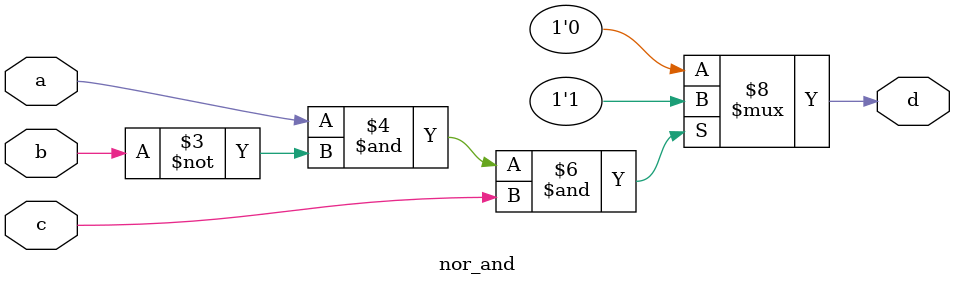
<source format=v>


module nor_and (input a, b, c, output reg d);
	
	always @ (a or b or c) begin
		if 
			(a == 1'b1 & b == 1'b0 & c == 1'b1) 
			begin
				d = 1'b1;
		end
		else
			d = 1'b0;
		end
endmodule		
</source>
